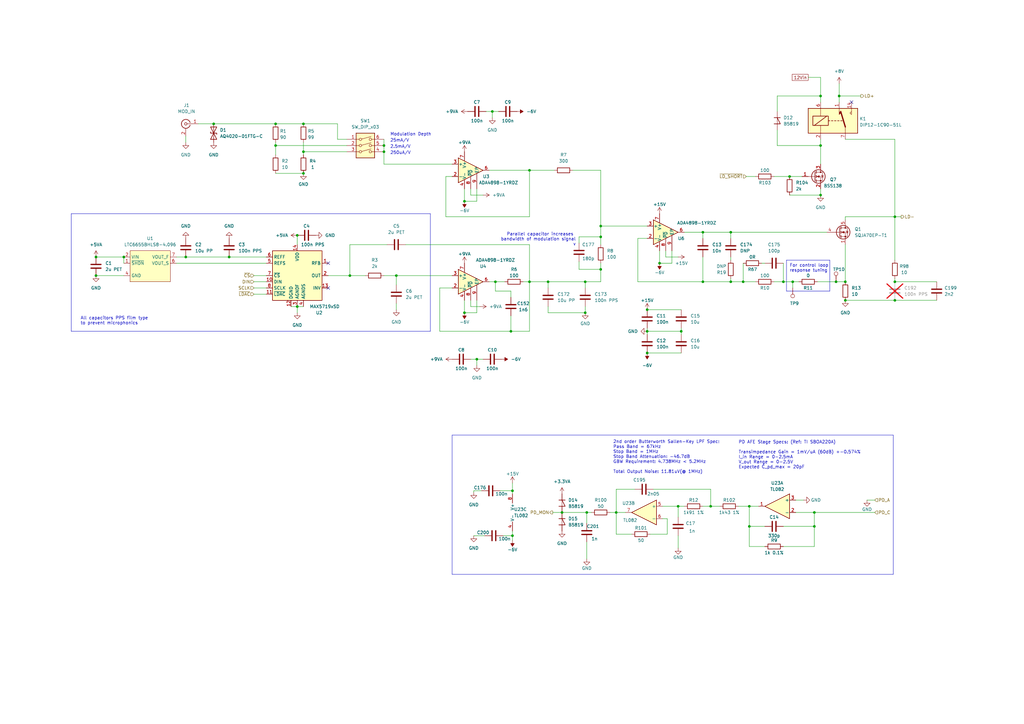
<source format=kicad_sch>
(kicad_sch (version 20230121) (generator eeschema)
  (paper "A3")
  (title_block (title "Kirdy") (date "2022-07-03") (rev "r0.1") (company "M-Labs") (comment 1 "Alex Wong Tat Hang"))
  (lib_symbols
    (symbol "Amplifier_Operational:ADA4898-1YRDZ" (pin_names (offset 0.127))
      (property "Reference" "U" (at 3.81 3.81 0))
      (property "Value" "ADA4898-1YRDZ" (at 11.43 -2.54 0))
      (symbol "ADA4898-1YRDZ_1_1"
        (pin input line (at -7.62 -2.54 0) (length 2.54) (name "-") (number "2"))
        (pin input line (at -7.62 2.54 0) (length 2.54) (name "+") (number "3"))
        (pin power_in line (at -2.54 -7.62 90) (length 3.81) (name "V-") (number "4"))
        (pin output line (at 7.62 0 180) (length 2.54) (name "~") (number "6"))
        (pin power_in line (at -2.54 7.62 270) (length 3.81) (name "V+") (number "7"))
        (pin input line (at 0 -7.62 90) (length 5.08) (name "~{PD}") (number "8"))
        (pin passive line (at 2.54 -7.62 90) (length 6.35) (name "EP") (number "9"))
      )
    )
    (symbol "Amplifier_Operational:TL082" (pin_names (offset 0.127))
      (property "Reference" "U" (at 0 5.08 0))
      (property "Value" "TL082" (at 0 -5.08 0))
      (symbol "TL082_1_1"
        (pin output line (at 7.62 0 180) (length 2.54) (name "~") (number "1"))
        (pin input line (at -7.62 -2.54 0) (length 2.54) (name "-") (number "2"))
        (pin input line (at -7.62 2.54 0) (length 2.54) (name "+") (number "3"))
      )
      (symbol "TL082_2_1"
        (pin input line (at -7.62 2.54 0) (length 2.54) (name "+") (number "5"))
        (pin input line (at -7.62 -2.54 0) (length 2.54) (name "-") (number "6"))
        (pin output line (at 7.62 0 180) (length 2.54) (name "~") (number "7"))
      )
      (symbol "TL082_3_1"
        (pin power_in line (at -2.54 -7.62 90) (length 3.81) (name "V-") (number "4"))
        (pin power_in line (at -2.54 7.62 270) (length 3.81) (name "V+") (number "8"))
      )
    )
    (symbol "Analog_DAC:MAX5719xSD"
      (property "Reference" "U" (at -10.16 11.43 0))
      (property "Value" "MAX5719xSD" (at 1.27 11.43 0))
      (symbol "MAX5719xSD_1_1"
        (pin passive line (at 12.7 5.08 180) (length 2.54) (name "RFB") (number "1"))
        (pin input line (at -12.7 -2.54 0) (length 2.54) (name "DIN") (number "10"))
        (pin input line (at -12.7 -7.62 0) (length 2.54) (name "~{LDAC}") (number "11"))
        (pin power_in line (at -2.54 -12.7 90) (length 2.54) (name "DGND") (number "12"))
        (pin passive line (at 12.7 -5.08 180) (length 2.54) (name "INV") (number "13"))
        (pin power_in line (at 0 12.7 270) (length 2.54) (name "VDD") (number "14"))
        (pin output line (at 12.7 0 180) (length 2.54) (name "OUT") (number "2"))
        (pin power_in line (at 0 -12.7 90) (length 2.54) (name "AGNDF") (number "3"))
        (pin power_in line (at 2.54 -12.7 90) (length 2.54) (name "AGNDS") (number "4"))
        (pin input line (at -12.7 5.08 0) (length 2.54) (name "REFS") (number "5"))
        (pin input line (at -12.7 7.62 0) (length 2.54) (name "REFF") (number "6"))
        (pin input line (at -12.7 0 0) (length 2.54) (name "~{CS}") (number "7"))
        (pin input line (at -12.7 -5.08 0) (length 2.54) (name "SCLK") (number "8"))
        (pin no_connect line (at 10.16 -7.62 180) (length 2.54) hide (name "NC") (number "9"))
      )
    )
    (symbol "Connector:Conn_Coaxial" (pin_names (offset 1.016) hide)
      (property "Reference" "J" (at 0.254 3.048 0))
      (property "Value" "Conn_Coaxial" (at 2.921 0 90))
      (symbol "Conn_Coaxial_1_1"
        (pin passive line (at -5.08 0 0) (length 2.54) (name "In") (number "1"))
        (pin passive line (at 0 -5.08 90) (length 2.54) (name "Ext") (number "2"))
      )
    )
    (symbol "Connector:TestPoint" (pin_numbers hide) (pin_names (offset 0.762) hide)
      (property "Reference" "TP" (at 0 6.858 0))
      (property "Value" "TestPoint" (at 0 5.08 0))
      (symbol "TestPoint_1_1"
        (pin passive line (at 0 0 90) (length 2.54) (name "1") (number "1"))
      )
    )
    (symbol "Device:C" (pin_numbers hide) (pin_names (offset 0.254))
      (property "Reference" "C" (at 0.635 2.54 0))
      (property "Value" "C" (at 0.635 -2.54 0))
      (symbol "C_1_1"
        (pin passive line (at 0 3.81 270) (length 2.794) (name "~") (number "1"))
        (pin passive line (at 0 -3.81 90) (length 2.794) (name "~") (number "2"))
      )
    )
    (symbol "Device:D_Shockley" (pin_numbers hide) (pin_names (offset 1.016) hide)
      (property "Reference" "D" (at 0 2.54 0))
      (property "Value" "D_Shockley" (at 0 -2.54 0))
      (symbol "D_Shockley_1_1"
        (pin passive line (at -3.81 0 0) (length 2.54) (name "K") (number "1"))
        (pin passive line (at 3.81 0 180) (length 2.54) (name "A") (number "2"))
      )
    )
    (symbol "Device:D_TVS" (pin_numbers hide) (pin_names (offset 1.016) hide)
      (property "Reference" "D" (at 0 2.54 0))
      (property "Value" "D_TVS" (at 0 -2.54 0))
      (symbol "D_TVS_1_1"
        (pin passive line (at -3.81 0 0) (length 2.54) (name "A1") (number "1"))
        (pin passive line (at 3.81 0 180) (length 2.54) (name "A2") (number "2"))
      )
    )
    (symbol "Device:R" (pin_numbers hide) (pin_names (offset 0))
      (property "Reference" "R" (at 2.032 0 90))
      (property "Value" "R" (at 0 0 90))
      (symbol "R_1_1"
        (pin passive line (at 0 3.81 270) (length 1.27) (name "~") (number "1"))
        (pin passive line (at 0 -3.81 90) (length 1.27) (name "~") (number "2"))
      )
    )
    (symbol "Relay:DIPxx-1Cxx-51x"
      (property "Reference" "K" (at 11.43 3.81 0))
      (property "Value" "DIPxx-1Cxx-51x" (at 11.43 1.27 0))
      (symbol "DIPxx-1Cxx-51x_1_1"
        (pin passive line (at 2.54 7.62 270) (length 2.54) (name "~") (number "1"))
        (pin passive line (at 7.62 7.62 270) (length 2.54) (name "~") (number "14"))
        (pin passive line (at -5.08 -7.62 90) (length 2.54) (name "~") (number "2"))
        (pin passive line (at -5.08 7.62 270) (length 2.54) (name "~") (number "6"))
        (pin passive line (at 5.08 -7.62 90) (length 2.54) (name "~") (number "7"))
        (pin passive line (at 5.08 -7.62 90) (length 2.54) hide (name "~") (number "8"))
      )
    )
    (symbol "Switch:SW_DIP_x03" (pin_names (offset 0) hide)
      (property "Reference" "SW" (at 0 8.89 0))
      (property "Value" "SW_DIP_x03" (at 0 -3.81 0))
      (symbol "SW_DIP_x03_1_1"
        (pin passive line (at -7.62 5.08 0) (length 5.08) (name "~") (number "1"))
        (pin passive line (at -7.62 2.54 0) (length 5.08) (name "~") (number "2"))
        (pin passive line (at -7.62 0 0) (length 5.08) (name "~") (number "3"))
        (pin passive line (at 7.62 0 180) (length 5.08) (name "~") (number "4"))
        (pin passive line (at 7.62 2.54 180) (length 5.08) (name "~") (number "5"))
        (pin passive line (at 7.62 5.08 180) (length 5.08) (name "~") (number "6"))
      )
    )
    (symbol "Transistor_FET:BSS138" (pin_names hide)
      (property "Reference" "Q" (at 5.08 1.905 0))
      (property "Value" "BSS138" (at 5.08 0 0))
      (symbol "BSS138_1_1"
        (pin input line (at -5.08 0 0) (length 2.54) (name "G") (number "1"))
        (pin passive line (at 2.54 -5.08 90) (length 2.54) (name "S") (number "2"))
        (pin passive line (at 2.54 5.08 270) (length 2.54) (name "D") (number "3"))
      )
    )
    (symbol "Transistor_FET:CSD17507Q5A" (pin_names hide)
      (property "Reference" "Q" (at 5.08 1.905 0))
      (property "Value" "CSD17507Q5A" (at 5.08 0 0))
      (symbol "CSD17507Q5A_1_1"
        (pin passive line (at 2.54 -5.08 90) (length 2.54) (name "S") (number "1"))
        (pin passive line (at 2.54 -5.08 90) (length 2.54) hide (name "S") (number "2"))
        (pin passive line (at 2.54 -5.08 90) (length 2.54) hide (name "S") (number "3"))
        (pin passive line (at -5.08 0 0) (length 2.54) (name "G") (number "4"))
        (pin passive line (at 2.54 5.08 270) (length 2.54) (name "D") (number "5"))
      )
    )
    (symbol "kirdy:LTC6655"
      (property "Reference" "U" (at 0 -10.16 0))
      (property "Value" "LTC6655" (at 0 -7.62 0))
      (symbol "LTC6655_0_0"
        (pin input line (at -10.16 2.54 0) (length 2.54) (name "~{SHDN}") (number "1"))
        (pin power_in line (at -10.16 5.08 0) (length 2.54) (name "VIN") (number "2"))
        (pin power_in line (at -10.16 -2.54 0) (length 2.54) hide (name "GND") (number "3"))
        (pin power_in line (at -10.16 -2.54 0) (length 2.54) (name "GND") (number "4"))
        (pin power_in line (at -10.16 -2.54 0) (length 2.54) hide (name "GND") (number "5"))
        (pin passive line (at 11.43 2.54 180) (length 2.54) (name "VOUT_S") (number "6"))
        (pin output line (at 11.43 5.08 180) (length 2.54) (name "VOUT_F") (number "7"))
        (pin power_in line (at -10.16 -2.54 0) (length 2.54) hide (name "GND") (number "8"))
      )
    )
    (symbol "power:+15V" (power) (pin_names (offset 0))
      (property "Value" "+15V" (at 0 3.556 0))
      (symbol "+15V_1_1"
        (pin power_in line (at 0 0 90) (length 0) hide (name "+15V") (number "1"))
      )
    )
    (symbol "power:+3.3VA" (power) (pin_names (offset 0))
      (property "Value" "+3.3VA" (at 0 3.556 0))
      (symbol "+3.3VA_1_1"
        (pin power_in line (at 0 0 90) (length 0) hide (name "+3.3VA") (number "1"))
      )
    )
    (symbol "power:+5VA" (power) (pin_names (offset 0))
      (property "Value" "+5VA" (at 0 3.556 0))
      (symbol "+5VA_1_1"
        (pin power_in line (at 0 0 90) (length 0) hide (name "+5VA") (number "1"))
      )
    )
    (symbol "power:+8V" (power) (pin_names (offset 0))
      (property "Value" "+8V" (at 0 3.556 0))
      (symbol "+8V_1_1"
        (pin power_in line (at 0 0 90) (length 0) hide (name "+8V") (number "1"))
      )
    )
    (symbol "power:+9VA" (power) (pin_names (offset 0))
      (property "Value" "+9VA" (at 0 3.81 0))
      (symbol "+9VA_1_1"
        (pin power_in line (at 0 0 90) (length 0) hide (name "+9VA") (number "1"))
      )
    )
    (symbol "power:-6V" (power) (pin_names (offset 0))
      (property "Value" "-6V" (at 0 3.81 0))
      (symbol "-6V_0_0"
        (pin power_in line (at 0 0 90) (length 0) hide (name "-6V") (number "1"))
      )
    )
    (symbol "power:GND" (power) (pin_names (offset 0))
      (property "Value" "GND" (at 0 -3.81 0))
      (symbol "GND_1_1"
        (pin power_in line (at 0 0 270) (length 0) hide (name "GND") (number "1"))
      )
    )
  )
  (junction (at 270.51 107.95))
  (junction (at 124.46 71.12))
  (junction (at 217.17 69.85))
  (junction (at 265.43 135.89))
  (junction (at 203.2 115.57))
  (junction (at 121.92 96.52))
  (junction (at 288.29 95.25))
  (junction (at 367.03 88.9))
  (junction (at 334.01 210.185))
  (junction (at 210.185 201.295))
  (junction (at 87.63 50.8))
  (junction (at 201.93 45.72))
  (junction (at 157.48 62.23))
  (junction (at 240.03 115.57))
  (junction (at 195.58 147.32))
  (junction (at 299.72 115.57))
  (junction (at 265.43 127))
  (junction (at 252.73 210.185))
  (junction (at 346.71 115.57))
  (junction (at 190.5 128.27))
  (junction (at 124.46 50.8))
  (junction (at 336.55 39.37))
  (junction (at 217.17 115.57))
  (junction (at 307.34 207.645))
  (junction (at 224.79 115.57))
  (junction (at 334.01 215.9))
  (junction (at 190.5 82.55))
  (junction (at 325.12 115.57))
  (junction (at 288.29 115.57))
  (junction (at 143.51 113.03))
  (junction (at 336.55 80.01))
  (junction (at 299.72 95.25))
  (junction (at 113.03 50.8))
  (junction (at 162.56 113.03))
  (junction (at 76.2 105.41))
  (junction (at 279.4 135.89))
  (junction (at 210.185 219.71))
  (junction (at 246.38 110.49))
  (junction (at 246.38 92.71))
  (junction (at 50.8 105.41))
  (junction (at 346.71 123.19))
  (junction (at 265.43 144.78))
  (junction (at 291.465 207.645))
  (junction (at 367.03 123.19))
  (junction (at 93.98 105.41))
  (junction (at 39.37 113.03))
  (junction (at 278.13 207.645))
  (junction (at 240.03 128.27))
  (junction (at 113.03 59.69))
  (junction (at 307.34 215.9))
  (junction (at 336.55 59.69))
  (junction (at 246.38 97.155))
  (junction (at 344.17 39.37))
  (junction (at 230.505 210.185))
  (junction (at 304.8 115.57))
  (junction (at 124.46 62.23))
  (junction (at 121.92 125.73))
  (junction (at 209.55 135.89))
  (junction (at 367.03 115.57))
  (junction (at 240.665 210.185))
  (junction (at 39.37 105.41))
  (junction (at 157.48 59.69))
  (junction (at 342.9 115.57))
  (junction (at 323.85 72.39))
  (junction (at 321.31 115.57))
  (no_connect (at 349.25 41.91))
  (no_connect (at 134.62 118.11))
  (no_connect (at 134.62 107.95))
  (wire (pts (xy 162.56 124.46) (xy 162.56 127)))
  (wire (pts (xy 104.14 113.03) (xy 109.22 113.03)))
  (wire (pts (xy 50.8 105.41) (xy 50.8 107.95)))
  (wire (pts (xy 157.48 59.69) (xy 157.48 62.23)))
  (wire (pts (xy 323.85 72.39) (xy 328.93 72.39)))
  (wire (pts (xy 217.17 115.57) (xy 224.79 115.57)))
  (wire (pts (xy 259.08 219.075) (xy 252.73 219.075)))
  (wire (pts (xy 113.03 71.12) (xy 124.46 71.12)))
  (wire (pts (xy 334.01 210.185) (xy 358.775 210.185)))
  (wire (pts (xy 335.28 115.57) (xy 342.9 115.57)))
  (wire (pts (xy 288.29 95.25) (xy 299.72 95.25)))
  (wire (pts (xy 313.69 224.155) (xy 307.34 224.155)))
  (wire (pts (xy 237.49 107.315) (xy 237.49 110.49)))
  (wire (pts (xy 318.77 59.69) (xy 336.55 59.69)))
  (wire (pts (xy 325.12 118.11) (xy 325.12 115.57)))
  (wire (pts (xy 271.78 212.725) (xy 273.685 212.725)))
  (wire (pts (xy 240.03 115.57) (xy 246.38 115.57)))
  (wire (pts (xy 265.43 135.89) (xy 265.43 137.16)))
  (wire (pts (xy 346.71 90.17) (xy 346.71 88.9)))
  (wire (pts (xy 210.185 219.71) (xy 210.185 221.615)))
  (wire (pts (xy 331.47 31.75) (xy 336.55 31.75)))
  (wire (pts (xy 240.665 210.185) (xy 242.57 210.185)))
  (wire (pts (xy 166.37 100.33) (xy 217.17 100.33)))
  (wire (pts (xy 138.43 57.15) (xy 142.24 57.15)))
  (wire (pts (xy 288.29 207.645) (xy 291.465 207.645)))
  (wire (pts (xy 76.2 58.42) (xy 76.2 55.88)))
  (wire (pts (xy 240.03 118.11) (xy 240.03 115.57)))
  (wire (pts (xy 288.29 95.25) (xy 288.29 97.79)))
  (wire (pts (xy 280.67 95.25) (xy 288.29 95.25)))
  (wire (pts (xy 193.04 125.73) (xy 196.85 125.73)))
  (wire (pts (xy 336.55 31.75) (xy 336.55 39.37)))
  (wire (pts (xy 124.46 58.42) (xy 124.46 62.23)))
  (wire (pts (xy 246.38 107.95) (xy 246.38 110.49)))
  (wire (pts (xy 367.03 114.3) (xy 367.03 115.57)))
  (wire (pts (xy 299.72 95.25) (xy 339.09 95.25)))
  (wire (pts (xy 81.28 50.8) (xy 87.63 50.8)))
  (polyline (pts (xy 322.58 119.38) (xy 340.36 119.38)))
  (wire (pts (xy 104.14 118.11) (xy 109.22 118.11)))
  (wire (pts (xy 237.49 110.49) (xy 246.38 110.49)))
  (wire (pts (xy 252.73 200.66) (xy 252.73 210.185)))
  (wire (pts (xy 206.375 219.71) (xy 210.185 219.71)))
  (wire (pts (xy 273.05 105.41) (xy 278.13 105.41)))
  (wire (pts (xy 237.49 97.155) (xy 246.38 97.155)))
  (polyline (pts (xy 322.58 106.68) (xy 340.36 106.68)))
  (wire (pts (xy 318.77 53.34) (xy 318.77 59.69)))
  (wire (pts (xy 157.48 57.15) (xy 157.48 59.69)))
  (wire (pts (xy 299.72 105.41) (xy 299.72 106.68)))
  (wire (pts (xy 76.2 105.41) (xy 93.98 105.41)))
  (wire (pts (xy 104.14 115.57) (xy 109.22 115.57)))
  (wire (pts (xy 113.03 58.42) (xy 113.03 59.69)))
  (wire (pts (xy 200.66 69.85) (xy 217.17 69.85)))
  (wire (pts (xy 201.93 45.72) (xy 201.93 48.26)))
  (wire (pts (xy 326.39 210.185) (xy 334.01 210.185)))
  (wire (pts (xy 306.07 72.39) (xy 309.88 72.39)))
  (wire (pts (xy 224.79 115.57) (xy 240.03 115.57)))
  (wire (pts (xy 267.97 200.66) (xy 291.465 200.66)))
  (wire (pts (xy 217.17 88.9) (xy 217.17 69.85)))
  (wire (pts (xy 209.55 135.89) (xy 217.17 135.89)))
  (wire (pts (xy 210.185 198.12) (xy 210.185 201.295)))
  (wire (pts (xy 252.73 210.185) (xy 256.54 210.185)))
  (wire (pts (xy 162.56 113.03) (xy 185.42 113.03)))
  (wire (pts (xy 157.48 113.03) (xy 162.56 113.03)))
  (wire (pts (xy 299.72 95.25) (xy 299.72 97.79)))
  (wire (pts (xy 217.17 135.89) (xy 217.17 115.57)))
  (wire (pts (xy 367.03 88.9) (xy 346.71 88.9)))
  (wire (pts (xy 240.03 128.27) (xy 240.03 125.73)))
  (wire (pts (xy 72.39 107.95) (xy 109.22 107.95)))
  (wire (pts (xy 336.55 57.15) (xy 336.55 59.69)))
  (wire (pts (xy 124.46 62.23) (xy 142.24 62.23)))
  (wire (pts (xy 214.63 115.57) (xy 217.17 115.57)))
  (wire (pts (xy 278.13 212.09) (xy 278.13 207.645)))
  (wire (pts (xy 279.4 135.89) (xy 265.43 135.89)))
  (wire (pts (xy 201.93 45.72) (xy 204.47 45.72)))
  (wire (pts (xy 180.34 118.11) (xy 180.34 135.89)))
  (wire (pts (xy 307.34 215.9) (xy 307.34 224.155)))
  (wire (pts (xy 195.58 82.55) (xy 195.58 77.47)))
  (wire (pts (xy 190.5 77.47) (xy 190.5 82.55)))
  (wire (pts (xy 195.58 128.27) (xy 195.58 123.19)))
  (wire (pts (xy 291.465 200.66) (xy 291.465 207.645)))
  (wire (pts (xy 143.51 100.33) (xy 143.51 113.03)))
  (wire (pts (xy 158.75 100.33) (xy 143.51 100.33)))
  (polyline (pts (xy 29.21 87.63) (xy 176.53 87.63)))
  (wire (pts (xy 346.71 123.19) (xy 367.03 123.19)))
  (wire (pts (xy 342.9 115.57) (xy 346.71 115.57)))
  (wire (pts (xy 266.7 219.075) (xy 273.685 219.075)))
  (wire (pts (xy 271.78 207.645) (xy 278.13 207.645)))
  (wire (pts (xy 195.58 147.32) (xy 198.12 147.32)))
  (wire (pts (xy 87.63 50.8) (xy 113.03 50.8)))
  (wire (pts (xy 246.38 97.155) (xy 246.38 100.33)))
  (wire (pts (xy 304.8 107.95) (xy 304.8 115.57)))
  (wire (pts (xy 193.04 77.47) (xy 193.04 80.01)))
  (wire (pts (xy 113.03 50.8) (xy 124.46 50.8)))
  (wire (pts (xy 336.55 39.37) (xy 336.55 41.91)))
  (wire (pts (xy 190.5 82.55) (xy 195.58 82.55)))
  (wire (pts (xy 193.04 147.32) (xy 195.58 147.32)))
  (wire (pts (xy 329.565 205.105) (xy 326.39 205.105)))
  (wire (pts (xy 321.31 115.57) (xy 325.12 115.57)))
  (wire (pts (xy 240.665 222.25) (xy 240.665 229.235)))
  (wire (pts (xy 246.38 69.85) (xy 246.38 92.71)))
  (wire (pts (xy 270.51 107.95) (xy 275.59 107.95)))
  (wire (pts (xy 199.39 45.72) (xy 201.93 45.72)))
  (wire (pts (xy 344.17 39.37) (xy 344.17 41.91)))
  (wire (pts (xy 185.42 72.39) (xy 182.88 72.39)))
  (wire (pts (xy 230.505 210.185) (xy 240.665 210.185)))
  (polyline (pts (xy 340.36 119.38) (xy 340.36 106.68)))
  (wire (pts (xy 72.39 105.41) (xy 76.2 105.41)))
  (wire (pts (xy 180.34 135.89) (xy 209.55 135.89)))
  (wire (pts (xy 193.04 123.19) (xy 193.04 125.73)))
  (wire (pts (xy 134.62 113.03) (xy 143.51 113.03)))
  (wire (pts (xy 209.55 119.38) (xy 203.2 119.38)))
  (wire (pts (xy 93.98 105.41) (xy 109.22 105.41)))
  (wire (pts (xy 291.465 207.645) (xy 295.275 207.645)))
  (wire (pts (xy 317.5 115.57) (xy 321.31 115.57)))
  (wire (pts (xy 367.03 57.15) (xy 346.71 57.15)))
  (wire (pts (xy 250.19 210.185) (xy 252.73 210.185)))
  (wire (pts (xy 334.01 210.185) (xy 334.01 215.9)))
  (wire (pts (xy 234.95 69.85) (xy 246.38 69.85)))
  (wire (pts (xy 278.13 224.79) (xy 278.13 219.71)))
  (wire (pts (xy 39.37 105.41) (xy 50.8 105.41)))
  (wire (pts (xy 39.37 113.03) (xy 50.8 113.03)))
  (wire (pts (xy 369.57 88.9) (xy 367.03 88.9)))
  (wire (pts (xy 318.77 39.37) (xy 336.55 39.37)))
  (wire (pts (xy 302.895 207.645) (xy 307.34 207.645)))
  (wire (pts (xy 190.5 128.27) (xy 195.58 128.27)))
  (wire (pts (xy 124.46 62.23) (xy 124.46 63.5)))
  (wire (pts (xy 270.51 102.87) (xy 270.51 107.95)))
  (polyline (pts (xy 29.21 87.63) (xy 29.21 135.89)))
  (wire (pts (xy 325.12 115.57) (xy 327.66 115.57)))
  (wire (pts (xy 113.03 59.69) (xy 142.24 59.69)))
  (wire (pts (xy 367.03 115.57) (xy 384.175 115.57)))
  (wire (pts (xy 252.73 210.185) (xy 252.73 219.075)))
  (wire (pts (xy 261.62 115.57) (xy 261.62 97.79)))
  (wire (pts (xy 121.92 96.52) (xy 121.92 100.33)))
  (wire (pts (xy 273.685 212.725) (xy 273.685 219.075)))
  (wire (pts (xy 273.05 102.87) (xy 273.05 105.41)))
  (wire (pts (xy 157.48 67.31) (xy 185.42 67.31)))
  (wire (pts (xy 226.695 210.185) (xy 230.505 210.185)))
  (polyline (pts (xy 322.58 106.68) (xy 322.58 119.38)))
  (wire (pts (xy 217.17 69.85) (xy 227.33 69.85)))
  (wire (pts (xy 336.55 59.69) (xy 336.55 67.31)))
  (wire (pts (xy 321.31 224.155) (xy 334.01 224.155)))
  (wire (pts (xy 304.8 115.57) (xy 309.88 115.57)))
  (wire (pts (xy 194.31 201.93) (xy 194.31 201.295)))
  (wire (pts (xy 344.17 39.37) (xy 353.06 39.37)))
  (wire (pts (xy 288.29 115.57) (xy 261.62 115.57)))
  (wire (pts (xy 307.34 207.645) (xy 311.15 207.645)))
  (wire (pts (xy 182.88 88.9) (xy 217.17 88.9)))
  (wire (pts (xy 119.38 125.73) (xy 121.92 125.73)))
  (wire (pts (xy 246.38 92.71) (xy 265.43 92.71)))
  (wire (pts (xy 367.03 88.9) (xy 367.03 106.68)))
  (wire (pts (xy 104.14 120.65) (xy 109.22 120.65)))
  (wire (pts (xy 318.77 45.72) (xy 318.77 39.37)))
  (wire (pts (xy 143.51 113.03) (xy 149.86 113.03)))
  (wire (pts (xy 367.03 123.19) (xy 384.175 123.19)))
  (wire (pts (xy 193.04 80.01) (xy 198.12 80.01)))
  (wire (pts (xy 246.38 92.71) (xy 246.38 97.155)))
  (polyline (pts (xy 29.21 135.89) (xy 176.53 135.89)))
  (wire (pts (xy 210.185 201.295) (xy 210.185 202.565)))
  (wire (pts (xy 194.31 201.295) (xy 197.485 201.295)))
  (wire (pts (xy 224.79 125.73) (xy 224.79 128.27)))
  (wire (pts (xy 299.72 114.3) (xy 299.72 115.57)))
  (wire (pts (xy 367.03 57.15) (xy 367.03 88.9)))
  (wire (pts (xy 190.5 123.19) (xy 190.5 128.27)))
  (wire (pts (xy 224.79 118.11) (xy 224.79 115.57)))
  (wire (pts (xy 203.2 119.38) (xy 203.2 115.57)))
  (wire (pts (xy 321.31 107.95) (xy 321.31 115.57)))
  (wire (pts (xy 209.55 129.54) (xy 209.55 135.89)))
  (wire (pts (xy 205.105 201.295) (xy 210.185 201.295)))
  (wire (pts (xy 279.4 134.62) (xy 279.4 135.89)))
  (wire (pts (xy 344.17 34.29) (xy 344.17 39.37)))
  (wire (pts (xy 312.42 107.95) (xy 313.69 107.95)))
  (wire (pts (xy 246.38 110.49) (xy 246.38 115.57)))
  (wire (pts (xy 323.85 80.01) (xy 336.55 80.01)))
  (wire (pts (xy 113.03 59.69) (xy 113.03 63.5)))
  (wire (pts (xy 121.92 125.73) (xy 121.92 128.27)))
  (wire (pts (xy 217.17 100.33) (xy 217.17 115.57)))
  (wire (pts (xy 279.4 135.89) (xy 279.4 137.16)))
  (wire (pts (xy 210.185 217.805) (xy 210.185 219.71)))
  (wire (pts (xy 162.56 113.03) (xy 162.56 116.84)))
  (wire (pts (xy 157.48 62.23) (xy 157.48 67.31)))
  (wire (pts (xy 346.71 100.33) (xy 346.71 115.57)))
  (wire (pts (xy 124.46 50.8) (xy 138.43 50.8)))
  (wire (pts (xy 355.6 205.105) (xy 358.775 205.105)))
  (wire (pts (xy 203.2 115.57) (xy 207.01 115.57)))
  (wire (pts (xy 240.665 214.63) (xy 240.665 210.185)))
  (wire (pts (xy 336.55 77.47) (xy 336.55 80.01)))
  (wire (pts (xy 321.31 215.9) (xy 334.01 215.9)))
  (wire (pts (xy 307.34 207.645) (xy 307.34 215.9)))
  (wire (pts (xy 317.5 72.39) (xy 323.85 72.39)))
  (wire (pts (xy 185.42 118.11) (xy 180.34 118.11)))
  (wire (pts (xy 194.31 219.71) (xy 198.755 219.71)))
  (wire (pts (xy 265.43 134.62) (xy 265.43 135.89)))
  (wire (pts (xy 224.79 128.27) (xy 240.03 128.27)))
  (wire (pts (xy 265.43 127) (xy 279.4 127)))
  (wire (pts (xy 260.35 200.66) (xy 252.73 200.66)))
  (wire (pts (xy 288.29 115.57) (xy 299.72 115.57)))
  (wire (pts (xy 209.55 121.92) (xy 209.55 119.38)))
  (wire (pts (xy 265.43 144.78) (xy 279.4 144.78)))
  (wire (pts (xy 278.13 207.645) (xy 280.67 207.645)))
  (wire (pts (xy 200.66 115.57) (xy 203.2 115.57)))
  (wire (pts (xy 138.43 50.8) (xy 138.43 57.15)))
  (wire (pts (xy 275.59 107.95) (xy 275.59 102.87)))
  (wire (pts (xy 288.29 105.41) (xy 288.29 115.57)))
  (wire (pts (xy 195.58 147.32) (xy 195.58 149.86)))
  (wire (pts (xy 299.72 115.57) (xy 304.8 115.57)))
  (polyline (pts (xy 176.53 135.89) (xy 176.53 87.63)))
  (wire (pts (xy 237.49 99.695) (xy 237.49 97.155)))
  (wire (pts (xy 121.92 125.73) (xy 124.46 125.73)))
  (wire (pts (xy 182.88 72.39) (xy 182.88 88.9)))
  (wire (pts (xy 261.62 97.79) (xy 265.43 97.79)))
  (wire (pts (xy 334.01 215.9) (xy 334.01 224.155)))
  (wire (pts (xy 313.69 215.9) (xy 307.34 215.9)))
  (rectangle (start 185.42 178.435) (end 366.395 235.585))
  (text "250uA/V" (at 160.02 63.5 0) (effects (font (size 1.27 1.27)) (justify left bottom)))
  (text "All capacitors PPS film type\nto prevent microphonics " (at 33.02 133.35 0) (effects (font (size 1.27 1.27)) (justify left bottom)))
  (text "2.5mA/V" (at 160.02 60.96 0) (effects (font (size 1.27 1.27)) (justify left bottom)))
  (text "For control loop\nresponse tuning" (at 323.85 111.76 0) (effects (font (size 1.27 1.27)) (justify left bottom)))
  (text "25mA/V" (at 160.02 58.42 0) (effects (font (size 1.27 1.27)) (justify left bottom)))
  (text "PD AFE Stage Specs: (Ref: TI SBOA220A)\n\nTransimpedance Gain = 1mV/uA (60dB) +-0.574%\nI_in Range = 0-2.5mA\nV_out Range = 0-2.5V\nExpected C_pd_max = 20pF" (at 302.895 192.405 0) (effects (font (size 1.27 1.27)) (justify left bottom)))
  (text "\n2nd order Butterworth Sallen-Key LPF Spec:\nPass Band = 67kHz\nStop Band = 1MHz\nStop Band Attenuation: -46.7dB\nGBW Requirement: 4.738MHz < 5.2MHz\n\nTotal Output Noise: 11.81uV(@ 1MHz)" (at 251.46 194.31 0) (effects (font (size 1.27 1.27)) (justify left bottom)))
  (text "Parallel capacitor increases \nbandwidth of modulation signal\nv" (at 236.22 100.965 0) (effects (font (size 1.27 1.27)) (justify right bottom)))
  (text "Modulation Depth" (at 160.02 55.88 0) (effects (font (size 1.27 1.27)) (justify left bottom)))
  (global_label "12Vin" (shape passive) (at 331.47 31.75 180) (property "Intersheetrefs" "${INTERSHEET_REFS}" (effects hide)))
  (hierarchical_label "PD_MON" (shape output) (at 226.695 210.185 180))
  (hierarchical_label "PD_C" (shape input) (at 358.775 210.185 0))
  (hierarchical_label "~{LDAC}" (shape input) (at 104.14 120.65 180))
  (hierarchical_label "~{LD_SHORT}" (shape input) (at 306.07 72.39 180))
  (hierarchical_label "LD+" (shape output) (at 353.06 39.37 0))
  (hierarchical_label "PD_A" (shape input) (at 358.775 205.105 0))
  (hierarchical_label "SCLK" (shape input) (at 104.14 118.11 180))
  (hierarchical_label "DIN" (shape input) (at 104.14 115.57 180))
  (hierarchical_label "LD-" (shape output) (at 369.57 88.9 0))
  (hierarchical_label "~{CS}" (shape input) (at 104.14 113.03 180))
  (symbol (lib_id "Connector:TestPoint") (at 342.9 115.57 0) (unit 1)
    (property "Reference" "TP10" (at 341.63 110.49 0) (effects (justify left)))
    (property "Value" "TestPoint" (effects hide))
    (property "Footprint" "TestPoint:TestPoint_Pad_2.0x2.0mm" (effects hide))
  )
  (symbol (lib_id "Device:R") (at 299.72 110.49 180) (unit 1)
    (property "Reference" "R19" (at 295.91 111.76 0))
    (property "Value" "DNP" (at 295.91 109.22 0))
    (property "Footprint" "Resistor_SMD:R_0603_1608Metric" (effects hide))
  )
  (symbol (lib_id "Device:R") (at 284.48 207.645 90) (unit 1)
    (property "Reference" "R12" (at 284.48 205.105 90))
    (property "Value" "1k91 1%" (at 284.48 210.185 90))
    (property "Footprint" "Resistor_SMD:R_0603_1608Metric" (effects hide))
    (property "MFR_PN_ALT" "WR06X1001FTL" (effects hide))
  )
  (symbol (lib_id "Device:C") (at 264.16 200.66 270) (unit 1)
    (property "Reference" "C195" (at 262.255 196.85 90))
    (property "Value" "2n05" (at 267.97 202.565 90))
    (property "Footprint" "Capacitor_SMD:C_0603_1608Metric" (effects hide))
  )
  (symbol (lib_id "Device:R") (at 323.85 76.2 180) (unit 1)
    (property "Reference" "R104" (at 326.39 74.9299 0) (effects (justify right)))
    (property "Value" "2k" (at 326.39 77.4699 0) (effects (justify right)))
    (property "Footprint" "Resistor_SMD:R_0603_1608Metric" (effects hide))
    (property "MFR_PN" "RC0603FR-072KL" (effects hide))
    (property "MFR_PN_ALT" "ERJ-3EKF2001V" (effects hide))
  )
  (symbol (lib_id "power:GND") (at 336.55 80.01 0) (unit 1)
    (property "Reference" "#PWR0171" (effects hide))
    (property "Value" "GND" (at 336.55 85.09 0))
  )
  (symbol (lib_id "power:-6V") (at 212.09 45.72 270) (unit 1)
    (property "Reference" "#PWR022" (effects hide))
    (property "Value" "-6V" (at 215.9 45.7199 90) (effects (justify left)))
  )
  (symbol (lib_id "Device:C") (at 162.56 100.33 90) (unit 1)
    (property "Reference" "C5" (at 162.56 92.71 90))
    (property "Value" "2u PET" (at 162.56 95.25 90))
    (property "Footprint" "Capacitor_SMD:C_1812_4532Metric" (effects hide))
    (property "MFR_PN" "35MU225MC14532" (effects hide))
  )
  (symbol (lib_id "power:+15V") (at 265.43 127 0) (unit 1)
    (property "Reference" "#PWR028" (effects hide))
    (property "Value" "+15V" (at 265.43 123.19 0))
  )
  (symbol (lib_id "Device:R") (at 331.47 115.57 90) (unit 1)
    (property "Reference" "R11" (at 331.47 118.11 90))
    (property "Value" "0" (at 331.47 113.03 90))
    (property "Footprint" "Resistor_SMD:R_0603_1608Metric" (effects hide))
    (property "MFR_PN" "RMCF0603ZT0R00" (effects hide))
    (property "MFR_PN_ALT" "CR0603-J/-000ELF" (effects hide))
  )
  (symbol (lib_id "power:-6V") (at 205.74 147.32 270) (unit 1)
    (property "Reference" "#PWR023" (effects hide))
    (property "Value" "-6V" (at 209.55 147.3199 90) (effects (justify left)))
  )
  (symbol (lib_id "Device:D_Shockley") (at 230.505 206.375 270) (unit 1)
    (property "Reference" "D14" (at 233.045 205.1049 90) (effects (justify left)))
    (property "Value" "B5819" (at 233.045 207.6449 90) (effects (justify left)))
    (property "Footprint" "Diode_SMD:D_SOD-323" (effects hide))
    (property "MFR_PN" "B5819WS-TP" (effects hide))
  )
  (symbol (lib_id "power:GND") (at 194.31 201.93 0) (unit 1)
    (property "Reference" "#PWR0191" (effects hide))
    (property "Value" "GND" (at 194.31 207.01 0))
  )
  (symbol (lib_id "Device:C") (at 208.28 45.72 90) (unit 1)
    (property "Reference" "C9" (at 208.28 41.91 90))
    (property "Value" "100n" (at 208.28 49.53 90))
    (property "Footprint" "Capacitor_SMD:C_0603_1608Metric" (effects hide))
    (property "MFR_PN" "CL10B104KB8NNWC" (effects hide))
    (property "MFR_PN_ALT" "CL10B104KB8NNNL" (effects hide))
  )
  (symbol (lib_id "Device:R") (at 346.71 119.38 0) (unit 1)
    (property "Reference" "R13" (at 349.25 118.11 0) (effects (justify left)))
    (property "Value" "10" (at 349.25 120.65 0) (effects (justify left)))
    (property "Footprint" "Package_TO_SOT_THT:TO-220-2_Horizontal_TabDown" (effects hide))
    (property "Datasheet" "https://www.alpha-elec.co.jp/w2img/2022100715510167015-PD(EN)_final_10Jan2018.pdf" (effects hide))
    (property "MFR_PN" "PDY10R000F" (effects hide))
  )
  (symbol (lib_id "Relay:DIPxx-1Cxx-51x") (at 341.63 49.53 0) (unit 1)
    (property "Reference" "K1" (at 352.552 48.6953 0) (effects (justify left)))
    (property "Value" "DIP12-1C90-51L" (at 352.552 51.2322 0) (effects (justify left)))
    (property "Footprint" "Relay_THT:Relay_StandexMeder_DIP_LowProfile" (effects hide))
    (property "Datasheet" "https://standexelectronics.com/wp-content/uploads/datasheet_reed_relay_DIP.pdf" (effects hide))
  )
  (symbol (lib_id "Device:C") (at 278.13 215.9 180) (unit 1)
    (property "Reference" "C17" (at 283.21 214.63 0))
    (property "Value" "1n" (at 283.845 217.805 0))
    (property "Footprint" "Capacitor_SMD:C_0603_1608Metric" (effects hide))
  )
  (symbol (lib_id "power:+5VA") (at 39.37 105.41 0) (unit 1)
    (property "Reference" "#PWR01" (effects hide))
    (property "Value" "+5VA" (at 39.37 100.33 0))
  )
  (symbol (lib_id "Device:C") (at 279.4 140.97 0) (unit 1)
    (property "Reference" "C16" (at 283.21 139.6999 0) (effects (justify left)))
    (property "Value" "10u" (at 283.21 142.2399 0) (effects (justify left)))
    (property "Footprint" "Capacitor_SMD:C_0805_2012Metric" (effects hide))
    (property "MFR_PN" "CL21B106KOQNNNG" (effects hide))
    (property "MFR_PN_ALT" "CL21B106KOQNNNE" (effects hide))
  )
  (symbol (lib_id "Device:C") (at 76.2 101.6 0) (unit 1)
    (property "Reference" "C2" (at 80.01 100.3299 0) (effects (justify left)))
    (property "Value" "10u PP" (at 80.01 102.8699 0) (effects (justify left)))
    (property "Footprint" "Capacitor_SMD:C_1812_4532Metric" (effects hide))
    (property "MFR_PN" "16MU106MC44532" (effects hide))
  )
  (symbol (lib_id "Connector:TestPoint") (at 325.12 118.11 180) (unit 1)
    (property "Reference" "TP9" (at 327.66 124.46 0) (effects (justify left)))
    (property "Value" "TestPoint" (effects hide))
    (property "Footprint" "TestPoint:TestPoint_Pad_2.0x2.0mm" (effects hide))
  )
  (symbol (lib_id "Device:C") (at 299.72 101.6 0) (unit 1)
    (property "Reference" "C174" (at 303.53 100.3299 0) (effects (justify left)))
    (property "Value" "DNP" (at 303.53 102.8699 0) (effects (justify left)))
    (property "Footprint" "Capacitor_SMD:C_0603_1608Metric" (effects hide))
  )
  (symbol (lib_id "Device:R") (at 313.69 115.57 90) (unit 1)
    (property "Reference" "R10" (at 313.69 118.11 90))
    (property "Value" "100" (at 313.69 113.03 90))
    (property "Footprint" "Resistor_SMD:R_0603_1608Metric" (effects hide))
    (property "MFR_PN" "WR06X1000FTL" (effects hide))
    (property "MFR_PN_ALT" "RMCF0603FT100R" (effects hide))
  )
  (symbol (lib_id "Device:R") (at 367.03 110.49 180) (unit 1)
    (property "Reference" "R98" (at 370.84 109.22 0))
    (property "Value" "10" (at 370.84 111.76 0))
    (property "Footprint" "Resistor_SMD:R_0603_1608Metric" (effects hide))
  )
  (symbol (lib_id "power:GND") (at 121.92 128.27 0) (unit 1)
    (property "Reference" "#PWR06" (effects hide))
    (property "Value" "GND" (at 121.92 133.35 0))
  )
  (symbol (lib_id "Amplifier_Operational:ADA4898-1YRDZ") (at 273.05 95.25 0) (unit 1)
    (property "Reference" "U6" (at 279.4 97.79 0))
    (property "Value" "ADA4898-1YRDZ" (at 285.75 91.44 0))
    (property "Footprint" "Package_SO:SOIC-8-1EP_3.9x4.9mm_P1.27mm_EP2.29x3mm" (effects hide))
    (property "Datasheet" "https://www.analog.com/media/en/technical-documentation/data-sheets/ada4898-1_4898-2.pdf" (effects hide))
    (property "MFR_PN" "ADA4898-1YRDZ" (effects hide))
  )
  (symbol (lib_id "Device:C") (at 288.29 101.6 0) (unit 1)
    (property "Reference" "C13" (at 292.1 100.3299 0) (effects (justify left)))
    (property "Value" "10n" (at 292.1 102.8699 0) (effects (justify left)))
    (property "Footprint" "Capacitor_SMD:C_0603_1608Metric" (effects hide))
    (property "MFR_PN" "0603B103K500CT" (effects hide))
    (property "MFR_PN_ALT" "CL10B103KB8NNNC" (effects hide))
  )
  (symbol (lib_id "power:GND") (at 278.13 224.79 0) (unit 1)
    (property "Reference" "#PWR0187" (effects hide))
    (property "Value" "GND" (at 278.13 228.6 0))
  )
  (symbol (lib_id "power:GND") (at 329.565 205.105 90) (unit 1)
    (property "Reference" "#PWR0182" (effects hide))
    (property "Value" "GND" (at 334.645 205.105 90))
  )
  (symbol (lib_id "Device:C") (at 367.03 119.38 0) (unit 1) (dnp yes)
    (property "Reference" "C192" (at 370.84 118.1099 0) (effects (justify left)))
    (property "Value" "100n PPS" (at 370.84 120.6499 0) (effects (justify left)))
    (property "Footprint" "Capacitor_SMD:C_1210_3225Metric" (effects hide))
    (property "MFR_PN" "ECH-U1C104JX5" (effects hide))
  )
  (symbol (lib_id "Device:R") (at 246.38 104.14 180) (unit 1)
    (property "Reference" "R8" (at 248.92 102.8699 0) (effects (justify right)))
    (property "Value" "100" (at 248.92 105.4099 0) (effects (justify right)))
    (property "Footprint" "Resistor_SMD:R_0603_1608Metric" (effects hide))
    (property "MFR_PN" "RT0603FRE07300RL" (effects hide))
    (property "MFR_PN_ALT" "RC0603FR-10300RL" (effects hide))
  )
  (symbol (lib_id "power:GND") (at 129.54 96.52 90) (unit 1)
    (property "Reference" "#PWR07" (effects hide))
    (property "Value" "GND" (at 133.35 96.5199 90) (effects (justify right)))
  )
  (symbol (lib_id "Device:R") (at 113.03 67.31 180) (unit 1)
    (property "Reference" "R2" (at 116.84 66.04 0))
    (property "Value" "10" (at 116.84 68.58 0))
    (property "Footprint" "Resistor_SMD:R_0603_1608Metric" (effects hide))
    (property "MFR_PN" "RT0603BRD0710RL" (effects hide))
    (property "MFR_PN_ALT" "WR06X10R0FTL" (effects hide))
  )
  (symbol (lib_id "power:GND") (at 39.37 113.03 0) (unit 1)
    (property "Reference" "#PWR02" (effects hide))
    (property "Value" "GND" (at 39.37 118.11 0))
  )
  (symbol (lib_id "power:GND") (at 76.2 97.79 180) (unit 1)
    (property "Reference" "#PWR03" (effects hide))
    (property "Value" "GND" (at 76.2 92.71 0))
  )
  (symbol (lib_id "power:-6V") (at 210.185 221.615 180) (unit 1)
    (property "Reference" "#PWR0181" (effects hide))
    (property "Value" "-6V" (at 210.185 225.425 0))
  )
  (symbol (lib_id "Device:C") (at 224.79 121.92 0) (unit 1)
    (property "Reference" "C172" (at 228.6 120.6499 0) (effects (justify left)))
    (property "Value" "10u PP" (at 228.6 123.1899 0) (effects (justify left)))
    (property "Footprint" "Capacitor_SMD:C_1812_4532Metric" (effects hide))
    (property "MFR_PN" "16MU106MC44532" (effects hide))
  )
  (symbol (lib_id "Device:R") (at 262.89 219.075 90) (unit 1)
    (property "Reference" "R101" (at 262.89 216.535 90))
    (property "Value" "50" (at 262.89 221.615 90))
    (property "Footprint" "Resistor_SMD:R_0603_1608Metric" (effects hide))
    (property "MFR_PN_ALT" "WR06X1001FTL" (effects hide))
  )
  (symbol (lib_id "Switch:SW_DIP_x03") (at 149.86 62.23 0) (unit 1)
    (property "Reference" "SW1" (at 149.86 49.53 0))
    (property "Value" "SW_DIP_x03" (at 149.86 52.07 0))
    (property "Footprint" "Button_Switch_SMD:SW_DIP_SPSTx03_Slide_Omron_A6S-310x_W8.9mm_P2.54mm" (effects hide))
    (property "MFR_PN" "A6SN-3104" (effects hide))
    (property "MFR_PN_ALT" "A6S-3102" (effects hide))
  )
  (symbol (lib_id "Amplifier_Operational:ADA4898-1YRDZ") (at 193.04 115.57 0) (unit 1)
    (property "Reference" "U4" (at 198.12 109.22 0))
    (property "Value" "ADA4898-1YRDZ" (at 203.2 106.68 0))
    (property "Footprint" "Package_SO:SOIC-8-1EP_3.9x4.9mm_P1.27mm_EP2.29x3mm" (effects hide))
    (property "Datasheet" "https://www.analog.com/media/en/technical-documentation/data-sheets/ada4898-1_4898-2.pdf" (effects hide))
    (property "MFR_PN" "ADA4898-1YRDZ" (effects hide))
  )
  (symbol (lib_id "Device:C") (at 317.5 215.9 90) (unit 1)
    (property "Reference" "C14" (at 317.5 212.09 90))
    (property "Value" "330p" (at 317.5 219.71 90))
    (property "Footprint" "Capacitor_SMD:C_0603_1608Metric" (effects hide))
  )
  (symbol (lib_id "power:GND") (at 265.43 135.89 270) (unit 1)
    (property "Reference" "#PWR029" (effects hide))
    (property "Value" "GND" (at 261.62 135.8899 90) (effects (justify right)))
  )
  (symbol (lib_id "power:GND") (at 194.31 219.71 0) (unit 1)
    (property "Reference" "#PWR0192" (effects hide))
    (property "Value" "GND" (at 194.31 224.79 0))
  )
  (symbol (lib_id "Device:C") (at 265.43 140.97 0) (unit 1)
    (property "Reference" "C12" (at 269.24 139.6999 0) (effects (justify left)))
    (property "Value" "100n" (at 269.24 142.2399 0) (effects (justify left)))
    (property "Footprint" "Capacitor_SMD:C_0603_1608Metric" (effects hide))
    (property "MFR_PN" "CL10B104KB8NNWC" (effects hide))
    (property "MFR_PN_ALT" "CL10B104KB8NNNL" (effects hide))
  )
  (symbol (lib_id "power:GND") (at 162.56 127 0) (unit 1)
    (property "Reference" "#PWR09" (effects hide))
    (property "Value" "GND" (at 162.56 132.08 0))
  )
  (symbol (lib_id "Device:R") (at 317.5 224.155 90) (unit 1)
    (property "Reference" "R9" (at 317.5 221.615 90))
    (property "Value" "1k 0.1%" (at 317.5 226.695 90))
    (property "Footprint" "Resistor_SMD:R_0603_1608Metric" (effects hide))
    (property "MFR_PN" "RP0603BRD071KL" (effects hide))
    (property "MFR_PN_ALT" "WR06X1001FTL" (effects hide))
  )
  (symbol (lib_id "Device:R") (at 153.67 113.03 90) (unit 1)
    (property "Reference" "R3" (at 153.67 106.68 90))
    (property "Value" "2k" (at 153.67 109.22 90))
    (property "Footprint" "Resistor_SMD:R_0603_1608Metric" (effects hide))
    (property "MFR_PN" "RC0603FR-072KL" (effects hide))
    (property "MFR_PN_ALT" "ERJ-3EKF2001V" (effects hide))
  )
  (symbol (lib_id "Device:C") (at 209.55 125.73 180) (unit 1)
    (property "Reference" "C152" (at 214.63 124.46 0))
    (property "Value" "1n6" (at 214.63 127 0))
    (property "Footprint" "Capacitor_SMD:C_0603_1608Metric" (effects hide))
    (property "MFR_PN" "GCM1885C1H162FA16D" (effects hide))
    (property "MFR_PN_ALT" "C0603C162J5GAC7867" (effects hide))
  )
  (symbol (lib_id "Device:C") (at 201.93 147.32 90) (unit 1)
    (property "Reference" "C10" (at 201.93 143.51 90))
    (property "Value" "100n" (at 201.93 151.13 90))
    (property "Footprint" "Capacitor_SMD:C_0603_1608Metric" (effects hide))
    (property "MFR_PN" "CL10B104KB8NNWC" (effects hide))
    (property "MFR_PN_ALT" "CL10B104KB8NNNL" (effects hide))
  )
  (symbol (lib_id "power:+9VA") (at 198.12 80.01 270) (unit 1)
    (property "Reference" "#PWR020" (effects hide))
    (property "Value" "+9VA" (at 201.93 80.0099 90) (effects (justify left)))
  )
  (symbol (lib_id "Device:R") (at 124.46 54.61 0) (unit 1)
    (property "Reference" "R5" (at 126.238 53.7753 0) (effects (justify left)))
    (property "Value" "99" (at 126.238 56.3122 0) (effects (justify left)))
    (property "Footprint" "Resistor_SMD:R_0603_1608Metric" (effects hide))
  )
  (symbol (lib_id "Device:C") (at 317.5 107.95 90) (unit 1)
    (property "Reference" "C175" (at 317.5 100.33 90))
    (property "Value" "100p" (at 317.5 102.87 90))
    (property "Footprint" "Capacitor_SMD:C_0603_1608Metric" (effects hide))
  )
  (symbol (lib_id "power:-6V") (at 190.5 128.27 180) (unit 1)
    (property "Reference" "#PWR017" (effects hide))
    (property "Value" "-6V" (at 190.5 132.08 0))
  )
  (symbol (lib_id "Device:C") (at 202.565 219.71 270) (unit 1)
    (property "Reference" "C200" (at 195.58 218.44 90) (effects (justify left)))
    (property "Value" "100n" (at 204.47 220.98 90) (effects (justify left)))
    (property "Footprint" "Capacitor_SMD:C_0603_1608Metric" (effects hide))
    (property "MFR_PN" "CL10B104KB8NNWC" (effects hide))
    (property "MFR_PN_ALT" "CL10B104KB8NNNL" (effects hide))
  )
  (symbol (lib_id "power:+15V") (at 278.13 105.41 270) (unit 1)
    (property "Reference" "#PWR027" (effects hide))
    (property "Value" "+15V" (at 276.86 107.95 90) (effects (justify left)))
  )
  (symbol (lib_id "Device:C") (at 279.4 130.81 0) (unit 1)
    (property "Reference" "C15" (at 283.21 129.5399 0) (effects (justify left)))
    (property "Value" "10u" (at 283.21 132.0799 0) (effects (justify left)))
    (property "Footprint" "Capacitor_SMD:C_0805_2012Metric" (effects hide))
    (property "MFR_PN" "CL21B106KOQNNNG" (effects hide))
    (property "MFR_PN_ALT" "CL21B106KOQNNNE" (effects hide))
  )
  (symbol (lib_id "Amplifier_Operational:TL082") (at 318.77 207.645 0) (mirror y) (unit 1)
    (property "Reference" "U23" (at 318.77 198.12 0))
    (property "Value" "TL082" (at 318.77 200.66 0))
    (property "Datasheet" "http://www.ti.com/lit/ds/symlink/tl081.pdf" (effects hide))
  )
  (symbol (lib_id "Device:R") (at 308.61 107.95 90) (unit 1)
    (property "Reference" "R67" (at 308.61 110.49 90))
    (property "Value" "0R" (at 308.61 105.41 90))
    (property "Footprint" "Resistor_SMD:R_0603_1608Metric" (effects hide))
  )
  (symbol (lib_id "power:+9VA") (at 191.77 45.72 90) (unit 1)
    (property "Reference" "#PWR011" (effects hide))
    (property "Value" "+9VA" (at 187.96 45.7199 90) (effects (justify left)))
  )
  (symbol (lib_id "Device:R") (at 313.69 72.39 90) (unit 1)
    (property "Reference" "R103" (at 313.69 74.93 90))
    (property "Value" "100" (at 313.69 69.85 90))
    (property "Footprint" "Resistor_SMD:R_0603_1608Metric" (effects hide))
    (property "MFR_PN" "WR06X1000FTL" (effects hide))
    (property "MFR_PN_ALT" "RMCF0603FT100R" (effects hide))
  )
  (symbol (lib_id "power:+3.3VA") (at 230.505 202.565 0) (unit 1)
    (property "Reference" "#PWR0189" (effects hide))
    (property "Value" "+3.3VA" (at 230.505 197.485 0))
  )
  (symbol (lib_id "power:GND") (at 240.665 229.235 0) (unit 1)
    (property "Reference" "#PWR0188" (effects hide))
    (property "Value" "GND" (at 240.665 233.045 0))
  )
  (symbol (lib_id "power:GND") (at 124.46 71.12 0) (unit 1)
    (property "Reference" "#PWR012" (effects hide))
    (property "Value" "GND" (at 124.46 75.5634 0))
  )
  (symbol (lib_id "power:+15V") (at 210.185 198.12 0) (unit 1)
    (property "Reference" "#PWR033" (effects hide))
    (property "Value" "+15V" (at 210.185 194.31 0))
  )
  (symbol (lib_id "Device:R") (at 231.14 69.85 90) (unit 1)
    (property "Reference" "R7" (at 231.14 63.5 90))
    (property "Value" "300" (at 231.14 66.04 90))
    (property "Footprint" "Resistor_SMD:R_0603_1608Metric" (effects hide))
    (property "MFR_PN" "WR06X1000FTL" (effects hide))
    (property "MFR_PN_ALT" "RMCF0603FT100R" (effects hide))
  )
  (symbol (lib_id "Device:R") (at 246.38 210.185 90) (unit 1)
    (property "Reference" "R100" (at 246.38 205.105 90))
    (property "Value" "50" (at 246.38 207.645 90))
    (property "Footprint" "Resistor_SMD:R_0603_1608Metric" (effects hide))
    (property "MFR_PN_ALT" "RC0603FR-10300RL" (effects hide))
  )
  (symbol (lib_id "power:+9VA") (at 185.42 147.32 90) (unit 1)
    (property "Reference" "#PWR013" (effects hide))
    (property "Value" "+9VA" (at 181.61 147.3199 90) (effects (justify left)))
  )
  (symbol (lib_id "power:GND") (at 87.63 58.42 0) (unit 1)
    (property "Reference" "#PWR010" (effects hide))
    (property "Value" "GND" (at 87.63 63.5 0))
  )
  (symbol (lib_id "Device:C") (at 237.49 103.505 0) (unit 1)
    (property "Reference" "C177" (at 241.3 100.33 0))
    (property "Value" "180p" (at 241.3 106.045 0))
    (property "Footprint" "Capacitor_SMD:C_0603_1608Metric" (effects hide))
    (property "MFR_PN_ALT" "CL10B104KB8NNNL" (effects hide))
  )
  (symbol (lib_id "Device:R") (at 113.03 54.61 0) (unit 1)
    (property "Reference" "R1" (at 114.808 53.7753 0) (effects (justify left)))
    (property "Value" "90" (at 114.808 56.3122 0) (effects (justify left)))
    (property "Footprint" "Resistor_SMD:R_0603_1608Metric" (effects hide))
  )
  (symbol (lib_id "power:+9VA") (at 196.85 125.73 270) (unit 1)
    (property "Reference" "#PWR021" (effects hide))
    (property "Value" "+9VA" (at 200.66 125.7299 90) (effects (justify left)))
  )
  (symbol (lib_id "power:GND") (at 346.71 123.19 0) (unit 1)
    (property "Reference" "#PWR039" (effects hide))
    (property "Value" "GND" (at 346.71 128.27 0))
  )
  (symbol (lib_id "Device:C") (at 201.295 201.295 270) (unit 1)
    (property "Reference" "C176" (at 194.31 200.025 90) (effects (justify left)))
    (property "Value" "100n" (at 203.2 202.565 90) (effects (justify left)))
    (property "Footprint" "Capacitor_SMD:C_0603_1608Metric" (effects hide))
    (property "MFR_PN" "CL10B104KB8NNWC" (effects hide))
    (property "MFR_PN_ALT" "CL10B104KB8NNNL" (effects hide))
  )
  (symbol (lib_id "Device:R") (at 124.46 67.31 180) (unit 1)
    (property "Reference" "R4" (at 128.27 66.04 0))
    (property "Value" "1" (at 128.27 68.58 0))
    (property "Footprint" "Resistor_SMD:R_0603_1608Metric" (effects hide))
    (property "MFR_PN" "ERJ-3RQF1R0V" (effects hide))
    (property "MFR_PN_ALT" "CRCW06031R00FKEAC" (effects hide))
  )
  (symbol (lib_id "Device:C") (at 39.37 109.22 0) (unit 1)
    (property "Reference" "C1" (at 43.18 107.9499 0) (effects (justify left)))
    (property "Value" "2u PET" (at 43.18 110.4899 0) (effects (justify left)))
    (property "Footprint" "Capacitor_SMD:C_1812_4532Metric" (effects hide))
    (property "MFR_PN" "35MU225MC14532" (effects hide))
  )
  (symbol (lib_id "power:+8V") (at 344.17 34.29 0) (unit 1)
    (property "Reference" "#PWR038" (effects hide))
    (property "Value" "+8V" (at 344.17 29.21 0))
  )
  (symbol (lib_id "power:GND") (at 240.03 128.27 0) (unit 1)
    (property "Reference" "#PWR034" (effects hide))
    (property "Value" "GND" (at 240.03 132.7134 0))
  )
  (symbol (lib_id "Device:C") (at 240.665 218.44 180) (unit 1)
    (property "Reference" "C201" (at 243.205 215.9 0))
    (property "Value" "1n" (at 243.84 220.98 0))
    (property "Footprint" "Capacitor_SMD:C_0603_1608Metric" (effects hide))
    (property "MFR_PN_ALT" "C0603C162J5GAC7867" (effects hide))
  )
  (symbol (lib_id "power:GND") (at 195.58 149.86 0) (unit 1)
    (property "Reference" "#PWR019" (effects hide))
    (property "Value" "GND" (at 195.58 154.94 0))
  )
  (symbol (lib_id "power:GND") (at 230.505 217.805 0) (unit 1)
    (property "Reference" "#PWR0190" (effects hide))
    (property "Value" "GND" (at 230.505 222.885 0))
  )
  (symbol (lib_id "Amplifier_Operational:ADA4898-1YRDZ") (at 193.04 69.85 0) (unit 1)
    (property "Reference" "U3" (at 199.39 72.39 0))
    (property "Value" "ADA4898-1YRDZ" (at 204.47 74.93 0))
    (property "Footprint" "Package_SO:SOIC-8-1EP_3.9x4.9mm_P1.27mm_EP2.29x3mm" (effects hide))
    (property "Datasheet" "https://www.analog.com/media/en/technical-documentation/data-sheets/ada4898-1_4898-2.pdf" (effects hide))
    (property "MFR_PN" "ADA4898-1YRDZ" (effects hide))
  )
  (symbol (lib_id "power:-6V") (at 190.5 82.55 180) (unit 1)
    (property "Reference" "#PWR015" (effects hide))
    (property "Value" "-6V" (at 190.5 86.36 0))
  )
  (symbol (lib_id "power:GND") (at 201.93 48.26 0) (unit 1)
    (property "Reference" "#PWR018" (effects hide))
    (property "Value" "GND" (at 201.93 53.34 0))
  )
  (symbol (lib_id "power:GND") (at 93.98 97.79 180) (unit 1)
    (property "Reference" "#PWR04" (effects hide))
    (property "Value" "GND" (at 93.98 92.71 0))
  )
  (symbol (lib_id "power:GND") (at 76.2 58.42 0) (unit 1)
    (property "Reference" "#PWR08" (effects hide))
    (property "Value" "GND" (at 76.2 63.5 0))
  )
  (symbol (lib_id "Device:C") (at 265.43 130.81 0) (unit 1)
    (property "Reference" "C11" (at 269.24 129.5399 0) (effects (justify left)))
    (property "Value" "100n" (at 269.24 132.0799 0) (effects (justify left)))
    (property "Footprint" "Capacitor_SMD:C_0603_1608Metric" (effects hide))
    (property "MFR_PN" "CL10B104KB8NNWC" (effects hide))
    (property "MFR_PN_ALT" "CL10B104KB8NNNL" (effects hide))
  )
  (symbol (lib_id "Device:R") (at 210.82 115.57 90) (unit 1)
    (property "Reference" "R6" (at 210.82 110.49 90))
    (property "Value" "100" (at 210.82 113.03 90))
    (property "Footprint" "Resistor_SMD:R_0603_1608Metric" (effects hide))
    (property "MFR_PN" "RT0603FRE07300RL" (effects hide))
    (property "MFR_PN_ALT" "RC0603FR-10300RL" (effects hide))
  )
  (symbol (lib_id "power:GND") (at 355.6 205.105 0) (unit 1)
    (property "Reference" "#PWR031" (effects hide))
    (property "Value" "GND" (at 355.6 208.915 0))
  )
  (symbol (lib_id "Device:C") (at 195.58 45.72 90) (unit 1)
    (property "Reference" "C7" (at 195.58 41.91 90))
    (property "Value" "100n" (at 195.58 49.53 90))
    (property "Footprint" "Capacitor_SMD:C_0603_1608Metric" (effects hide))
    (property "MFR_PN" "CL10B104KB8NNWC" (effects hide))
    (property "MFR_PN_ALT" "CL10B104KB8NNNL" (effects hide))
  )
  (symbol (lib_id "Transistor_FET:CSD17507Q5A") (at 344.17 95.25 0) (unit 1)
    (property "Reference" "Q1" (at 350.52 93.9799 0) (effects (justify left)))
    (property "Value" "SQJA70EP-T1" (at 350.52 96.5199 0) (effects (justify left)))
    (property "Footprint" "Package_TO_SOT_SMD:TDSON-8-1" (effects hide))
    (property "MFR_PN" "SQJA70EP-T1_GE3" (effects hide))
  )
  (symbol (lib_id "power:-6V") (at 270.51 107.95 180) (unit 1)
    (property "Reference" "#PWR026" (effects hide))
    (property "Value" "-6V" (at 270.51 111.76 0))
  )
  (symbol (lib_id "Device:R") (at 299.085 207.645 90) (unit 1)
    (property "Reference" "R102" (at 299.085 205.105 90))
    (property "Value" "1k43 1%" (at 299.085 210.185 90))
    (property "Footprint" "Resistor_SMD:R_0603_1608Metric" (effects hide))
    (property "MFR_PN_ALT" "WR06X1001FTL" (effects hide))
  )
  (symbol (lib_id "Device:D_Shockley") (at 318.77 49.53 270) (unit 1)
    (property "Reference" "D12" (at 321.31 48.2599 90) (effects (justify left)))
    (property "Value" "B5819" (at 321.31 50.7999 90) (effects (justify left)))
    (property "Footprint" "Diode_SMD:D_SOD-323" (effects hide))
    (property "MFR_PN" "B5819WS-TP" (effects hide))
  )
  (symbol (lib_id "Device:C") (at 189.23 147.32 90) (unit 1)
    (property "Reference" "C8" (at 189.23 143.51 90))
    (property "Value" "100n" (at 189.23 151.13 90))
    (property "Footprint" "Capacitor_SMD:C_0603_1608Metric" (effects hide))
    (property "MFR_PN" "CL10B104KB8NNWC" (effects hide))
    (property "MFR_PN_ALT" "CL10B104KB8NNNL" (effects hide))
  )
  (symbol (lib_id "power:-6V") (at 265.43 144.78 180) (unit 1)
    (property "Reference" "#PWR030" (effects hide))
    (property "Value" "-6V" (at 265.43 149.86 0))
  )
  (symbol (lib_id "Device:D_TVS") (at 87.63 54.61 90) (unit 1)
    (property "Reference" "D1" (at 90.17 53.3399 90) (effects (justify right)))
    (property "Value" "AQ4020-01FTG-C" (at 90.17 55.8799 90) (effects (justify right)))
    (property "Footprint" "Diode_SMD:D_SOD-323" (effects hide))
    (property "MFR_PN" "AQ4020-01FTG-C" (effects hide))
  )
  (symbol (lib_id "Device:D_Shockley") (at 230.505 213.995 270) (unit 1)
    (property "Reference" "D15" (at 233.045 212.7249 90) (effects (justify left)))
    (property "Value" "B5819" (at 233.045 215.2649 90) (effects (justify left)))
    (property "Footprint" "Diode_SMD:D_SOD-323" (effects hide))
    (property "MFR_PN" "B5819WS-TP" (effects hide))
  )
  (symbol (lib_id "power:+9VA") (at 190.5 107.95 0) (unit 1)
    (property "Reference" "#PWR016" (effects hide))
    (property "Value" "+9VA" (at 190.5 104.14 0))
  )
  (symbol (lib_id "Device:C") (at 125.73 96.52 90) (unit 1)
    (property "Reference" "C4" (at 125.73 92.71 90))
    (property "Value" "100n PPS" (at 128.27 100.33 90))
    (property "Footprint" "Capacitor_SMD:C_1210_3225Metric" (effects hide))
    (property "MFR_PN" "ECH-U1C104JX5" (effects hide))
  )
  (symbol (lib_id "power:+9VA") (at 190.5 62.23 0) (unit 1)
    (property "Reference" "#PWR014" (effects hide))
    (property "Value" "+9VA" (at 190.5 58.42 0))
  )
  (symbol (lib_id "Device:C") (at 162.56 120.65 0) (unit 1)
    (property "Reference" "C6" (at 166.37 119.3799 0) (effects (justify left)))
    (property "Value" "2u PET" (at 166.37 121.9199 0) (effects (justify left)))
    (property "Footprint" "Capacitor_SMD:C_1812_4532Metric" (effects hide))
    (property "MFR_PN" "35MU225MC14532" (effects hide))
  )
  (symbol (lib_id "kirdy:LTC6655") (at 60.96 110.49 0) (unit 1)
    (property "Reference" "U1" (at 61.595 97.79 0))
    (property "Value" "LTC6655BHLS8-4.096" (at 61.595 100.33 0))
    (property "Footprint" "kirdy:LCC127P500X500X155-8N" (effects hide))
    (property "Datasheet" "https://www.analog.com/media/en/technical-documentation/data-sheets/ltc6655-6655ln.pdf" (effects hide))
    (property "MFR_PN" "LTC6655BHLS8-4.096" (effects hide))
  )
  (symbol (lib_id "Analog_DAC:MAX5719xSD") (at 121.92 113.03 0) (unit 1)
    (property "Reference" "U2" (at 129.54 128.27 0) (effects (justify left)))
    (property "Value" "MAX5719xSD" (at 127 125.73 0) (effects (justify left)))
    (property "Footprint" "Package_SO:SOIC-14_3.9x8.7mm_P1.27mm" (effects hide))
    (property "Datasheet" "https://datasheets.maximintegrated.com/en/ds/MAX5717-MAX5719.pdf" (effects hide))
    (property "MFR_PN" "MAX5719AGSD+" (effects hide))
    (property "MFR_PN_ALT" "MAX5719GSD+" (effects hide))
  )
  (symbol (lib_id "Device:C") (at 384.175 119.38 180) (unit 1)
    (property "Reference" "C199" (at 387.35 118.11 0) (effects (justify right)))
    (property "Value" "2n2" (at 387.35 120.65 0) (effects (justify right)))
    (property "Footprint" "Capacitor_SMD:C_0603_1608Metric" (effects hide))
  )
  (symbol (lib_id "Device:C") (at 240.03 121.92 0) (unit 1)
    (property "Reference" "C173" (at 243.84 120.6499 0) (effects (justify left)))
    (property "Value" "100n PPS" (at 243.84 123.1899 0) (effects (justify left)))
    (property "Footprint" "Capacitor_SMD:C_1210_3225Metric" (effects hide))
    (property "MFR_PN" "ECH-U1C104JX5" (effects hide))
  )
  (symbol (lib_id "power:+15V") (at 270.51 87.63 0) (unit 1)
    (property "Reference" "#PWR025" (effects hide))
    (property "Value" "+15V" (at 270.51 83.82 0))
  )
  (symbol (lib_id "Transistor_FET:BSS138") (at 334.01 72.39 0) (unit 1)
    (property "Reference" "Q7" (at 340.36 73.66 0) (effects (justify left)))
    (property "Value" "BSS138" (at 337.82 76.2 0) (effects (justify left)))
    (property "Footprint" "Package_TO_SOT_SMD:SOT-23" (effects hide))
    (property "Datasheet" "https://www.onsemi.com/pub/Collateral/BSS138-D.PDF" (effects hide))
    (property "MFR_PN" "BSS138W-TP" (effects hide))
    (property "MFR_PN_ALT" "BSS138W-7-F" (effects hide))
  )
  (symbol (lib_id "Device:C") (at 93.98 101.6 0) (unit 1)
    (property "Reference" "C3" (at 97.79 100.3299 0) (effects (justify left)))
    (property "Value" "100n PPS" (at 97.79 102.8699 0) (effects (justify left)))
    (property "Footprint" "Capacitor_SMD:C_1210_3225Metric" (effects hide))
    (property "MFR_PN" "ECH-U1C104JX5" (effects hide))
  )
  (symbol (lib_id "Amplifier_Operational:TL082") (at 264.16 210.185 0) (mirror y) (unit 2)
    (property "Reference" "U23" (at 257.81 206.375 0))
    (property "Value" "TL082" (at 258.445 213.36 0))
    (property "Datasheet" "http://www.ti.com/lit/ds/symlink/tl081.pdf" (effects hide))
  )
  (symbol (lib_id "Amplifier_Operational:TL082") (at 207.645 210.185 0) (mirror y) (unit 3)
    (property "Reference" "U23" (at 210.82 208.915 0) (effects (justify right)))
    (property "Value" "TL082" (at 210.82 211.455 0) (effects (justify right)))
    (property "Datasheet" "http://www.ti.com/lit/ds/symlink/tl081.pdf" (effects hide))
  )
  (symbol (lib_id "power:+5VA") (at 121.92 96.52 90) (unit 1)
    (property "Reference" "#PWR05" (effects hide))
    (property "Value" "+5VA" (at 113.03 96.52 90) (effects (justify right)))
  )
  (symbol (lib_id "Connector:Conn_Coaxial") (at 76.2 50.8 0) (mirror y) (unit 1)
    (property "Reference" "J1" (at 76.5174 43.18 0))
    (property "Value" "MOD_IN" (at 76.5174 45.72 0))
    (property "Footprint" "Connector_Coaxial:SMA_Amphenol_132203-12_Horizontal" (effects hide))
    (property "Datasheet" " ~" (effects hide))
    (property "MFR_PN" "132203-12" (effects hide))
  )
)
</source>
